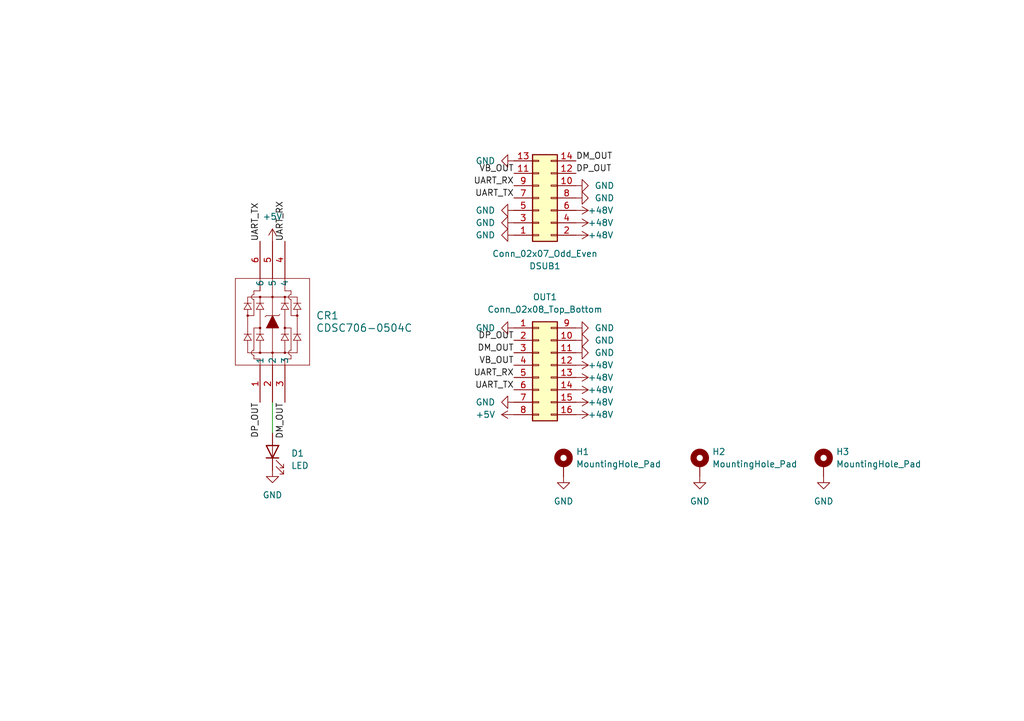
<source format=kicad_sch>
(kicad_sch (version 20230121) (generator eeschema)
  (paper "A5")
  (title_block (title "Rail PCB") (rev "Mk1.2"))
  (lib_symbols
    (symbol "CDSC706:CDSC706-0504C" (pin_names (offset 0.254))
      (property "Reference" "CR" (at 16.51 10.16 0))
      (property "Value" "CDSC706-0504C" (at 16.51 7.62 0))
      (symbol "CDSC706-0504C_0_1"
        (polyline (pts (xy 7.62 -10.16) (xy 25.4 -10.16)) (stroke (width 0.127)))
        (polyline (pts (xy 7.62 -5.08) (xy 8.89 -5.08)) (stroke (width 0.127)))
        (polyline (pts (xy 7.62 -2.54) (xy 25.4 -2.54)) (stroke (width 0.127)))
        (polyline (pts (xy 7.62 0) (xy 8.89 0)) (stroke (width 0.127)))
        (polyline (pts (xy 7.62 5.08) (xy 7.62 -10.16)) (stroke (width 0.127)))
        (polyline (pts (xy 8.89 -6.35) (xy 9.652 -6.35)) (stroke (width 0.127)))
        (polyline (pts (xy 8.89 -5.08) (xy 8.89 -6.35)) (stroke (width 0.127)))
        (polyline (pts (xy 8.89 0) (xy 8.89 1.27)) (stroke (width 0.127)))
        (polyline (pts (xy 8.89 1.27) (xy 9.652 1.27)) (stroke (width 0.127)))
        (polyline (pts (xy 10.16 -5.08) (xy 12.7 -5.08)) (stroke (width 0.127)))
        (polyline (pts (xy 10.16 2.54) (xy 10.16 -7.62)) (stroke (width 0.127)))
        (polyline (pts (xy 10.16 2.54) (xy 12.7 2.54)) (stroke (width 0.127)))
        (polyline (pts (xy 10.668 -6.35) (xy 15.24 -6.35)) (stroke (width 0.127)))
        (polyline (pts (xy 10.668 1.27) (xy 15.24 1.27)) (stroke (width 0.127)))
        (polyline (pts (xy 12.7 -8.382) (xy 13.97 -7.62)) (stroke (width 0.127)))
        (polyline (pts (xy 12.7 -7.62) (xy 10.16 -7.62)) (stroke (width 0.127)))
        (polyline (pts (xy 12.7 -6.858) (xy 12.7 -8.382)) (stroke (width 0.127)))
        (polyline (pts (xy 12.7 -5.842) (xy 13.97 -5.08)) (stroke (width 0.127)))
        (polyline (pts (xy 12.7 -4.318) (xy 12.7 -5.842)) (stroke (width 0.127)))
        (polyline (pts (xy 12.7 -0.762) (xy 13.97 0)) (stroke (width 0.127)))
        (polyline (pts (xy 12.7 0) (xy 10.16 0)) (stroke (width 0.127)))
        (polyline (pts (xy 12.7 0.762) (xy 12.7 -0.762)) (stroke (width 0.127)))
        (polyline (pts (xy 12.7 1.778) (xy 13.97 2.54)) (stroke (width 0.127)))
        (polyline (pts (xy 12.7 3.302) (xy 12.7 1.778)) (stroke (width 0.127)))
        (polyline (pts (xy 13.97 -7.62) (xy 12.7 -6.858)) (stroke (width 0.127)))
        (polyline (pts (xy 13.97 -7.62) (xy 19.05 -7.62)) (stroke (width 0.127)))
        (polyline (pts (xy 13.97 -6.858) (xy 13.97 -8.382)) (stroke (width 0.127)))
        (polyline (pts (xy 13.97 -5.08) (xy 12.7 -4.318)) (stroke (width 0.127)))
        (polyline (pts (xy 13.97 -5.08) (xy 19.05 -5.08)) (stroke (width 0.127)))
        (polyline (pts (xy 13.97 -4.318) (xy 13.97 -5.842)) (stroke (width 0.127)))
        (polyline (pts (xy 13.97 0) (xy 12.7 0.762)) (stroke (width 0.127)))
        (polyline (pts (xy 13.97 0) (xy 19.05 0)) (stroke (width 0.127)))
        (polyline (pts (xy 13.97 0.762) (xy 13.97 -0.762)) (stroke (width 0.127)))
        (polyline (pts (xy 13.97 2.54) (xy 12.7 3.302)) (stroke (width 0.127)))
        (polyline (pts (xy 13.97 2.54) (xy 19.05 2.54)) (stroke (width 0.127)))
        (polyline (pts (xy 13.97 3.302) (xy 13.97 1.778)) (stroke (width 0.127)))
        (polyline (pts (xy 15.24 -6.35) (xy 15.24 -5.08)) (stroke (width 0.127)))
        (polyline (pts (xy 15.24 -3.81) (xy 17.78 -2.54)) (stroke (width 0.127)))
        (polyline (pts (xy 15.24 -1.27) (xy 15.24 -3.81)) (stroke (width 0.127)))
        (polyline (pts (xy 15.24 1.27) (xy 15.24 0)) (stroke (width 0.127)))
        (polyline (pts (xy 17.78 -6.35) (xy 17.78 -7.62)) (stroke (width 0.127)))
        (polyline (pts (xy 17.78 -6.35) (xy 21.082 -6.35)) (stroke (width 0.127)))
        (polyline (pts (xy 17.78 -3.81) (xy 18.034 -4.064)) (stroke (width 0.127)))
        (polyline (pts (xy 17.78 -2.54) (xy 15.24 -1.27)) (stroke (width 0.127)))
        (polyline (pts (xy 17.78 -1.27) (xy 17.526 -1.016)) (stroke (width 0.127)))
        (polyline (pts (xy 17.78 -1.27) (xy 17.78 -3.81)) (stroke (width 0.127)))
        (polyline (pts (xy 17.78 1.27) (xy 17.78 2.54)) (stroke (width 0.127)))
        (polyline (pts (xy 19.05 -8.382) (xy 19.05 -6.858)) (stroke (width 0.127)))
        (polyline (pts (xy 19.05 -6.858) (xy 20.32 -7.62)) (stroke (width 0.127)))
        (polyline (pts (xy 19.05 -5.842) (xy 19.05 -4.318)) (stroke (width 0.127)))
        (polyline (pts (xy 19.05 -4.318) (xy 20.32 -5.08)) (stroke (width 0.127)))
        (polyline (pts (xy 19.05 -0.762) (xy 19.05 0.762)) (stroke (width 0.127)))
        (polyline (pts (xy 19.05 0.762) (xy 20.32 0)) (stroke (width 0.127)))
        (polyline (pts (xy 19.05 1.778) (xy 19.05 3.302)) (stroke (width 0.127)))
        (polyline (pts (xy 19.05 3.302) (xy 20.32 2.54)) (stroke (width 0.127)))
        (polyline (pts (xy 20.32 -8.382) (xy 20.32 -6.858)) (stroke (width 0.127)))
        (polyline (pts (xy 20.32 -7.62) (xy 19.05 -8.382)) (stroke (width 0.127)))
        (polyline (pts (xy 20.32 -5.842) (xy 20.32 -4.318)) (stroke (width 0.127)))
        (polyline (pts (xy 20.32 -5.08) (xy 19.05 -5.842)) (stroke (width 0.127)))
        (polyline (pts (xy 20.32 -5.08) (xy 21.59 -5.08)) (stroke (width 0.127)))
        (polyline (pts (xy 20.32 -0.762) (xy 20.32 0.762)) (stroke (width 0.127)))
        (polyline (pts (xy 20.32 0) (xy 19.05 -0.762)) (stroke (width 0.127)))
        (polyline (pts (xy 20.32 0) (xy 21.59 0)) (stroke (width 0.127)))
        (polyline (pts (xy 20.32 1.778) (xy 20.32 3.302)) (stroke (width 0.127)))
        (polyline (pts (xy 20.32 2.54) (xy 19.05 1.778)) (stroke (width 0.127)))
        (polyline (pts (xy 20.32 2.54) (xy 21.59 2.54)) (stroke (width 0.127)))
        (polyline (pts (xy 21.082 1.27) (xy 17.78 1.27)) (stroke (width 0.127)))
        (polyline (pts (xy 21.59 -7.62) (xy 20.32 -7.62)) (stroke (width 0.127)))
        (polyline (pts (xy 21.59 2.54) (xy 21.59 -7.62)) (stroke (width 0.127)))
        (polyline (pts (xy 22.098 1.27) (xy 22.86 1.27)) (stroke (width 0.127)))
        (polyline (pts (xy 22.86 -6.35) (xy 22.098 -6.35)) (stroke (width 0.127)))
        (polyline (pts (xy 22.86 -5.08) (xy 22.86 -6.35)) (stroke (width 0.127)))
        (polyline (pts (xy 22.86 -5.08) (xy 25.4 -5.08)) (stroke (width 0.127)))
        (polyline (pts (xy 22.86 0) (xy 22.86 1.27)) (stroke (width 0.127)))
        (polyline (pts (xy 22.86 0) (xy 25.4 0)) (stroke (width 0.127)))
        (polyline (pts (xy 24.13 0) (xy 22.86 0)) (stroke (width 0.127)))
        (polyline (pts (xy 25.4 -10.16) (xy 25.4 5.08)) (stroke (width 0.127)))
        (polyline (pts (xy 25.4 5.08) (xy 7.62 5.08)) (stroke (width 0.127)))
        (polyline (pts (xy 15.24 -1.27) (xy 15.24 -3.81) (xy 17.78 -2.54)) (fill (type outline)))
        (circle (center 10.16 -5.08) (radius 0.127) (stroke (width 0.254)))
        (circle (center 10.16 -2.54) (radius 0.127) (stroke (width 0.254)))
        (circle (center 10.16 0) (radius 0.127) (stroke (width 0.254)))
        (arc (start 10.668 -6.35) (mid 10.16 -5.8442) (end 9.652 -6.35) (stroke (width 0.127)))
        (arc (start 10.668 1.27) (mid 10.16 1.7758) (end 9.652 1.27) (stroke (width 0.127)))
        (circle (center 15.24 -5.08) (radius 0.127) (stroke (width 0.254)))
        (circle (center 15.24 0) (radius 0.127) (stroke (width 0.254)))
        (circle (center 17.78 -7.62) (radius 0.127) (stroke (width 0.254)))
        (circle (center 17.78 2.54) (radius 0.127) (stroke (width 0.254)))
        (circle (center 21.59 -5.08) (radius 0.127) (stroke (width 0.254)))
        (circle (center 21.59 -2.54) (radius 0.127) (stroke (width 0.254)))
        (circle (center 21.59 0) (radius 0.127) (stroke (width 0.254)))
        (arc (start 22.098 -6.35) (mid 21.59 -5.8442) (end 21.082 -6.35) (stroke (width 0.127)))
        (arc (start 22.098 1.27) (mid 21.59 1.7758) (end 21.082 1.27) (stroke (width 0.127)))
        (pin bidirectional line (at 0 0 0) (length 7.62) (name "1") (number "1"))
        (pin power_out line (at 0 -2.54 0) (length 7.62) (name "2") (number "2"))
        (pin bidirectional line (at 0 -5.08 0) (length 7.62) (name "3") (number "3"))
        (pin bidirectional line (at 33.02 -5.08 180) (length 7.62) (name "4") (number "4"))
        (pin power_in line (at 33.02 -2.54 180) (length 7.62) (name "5") (number "5"))
        (pin bidirectional line (at 33.02 0 180) (length 7.62) (name "6") (number "6"))
      )
    )
    (symbol "Connector_Generic:Conn_02x07_Odd_Even" (pin_names (offset 1.016) hide)
      (property "Reference" "J" (at 1.27 10.16 0))
      (property "Value" "Conn_02x07_Odd_Even" (at 1.27 -10.16 0))
      (symbol "Conn_02x07_Odd_Even_1_1"
        (rectangle (start -1.27 -7.493) (end 0 -7.747) (stroke (width 0.1524)))
        (rectangle (start -1.27 -4.953) (end 0 -5.207) (stroke (width 0.1524)))
        (rectangle (start -1.27 -2.413) (end 0 -2.667) (stroke (width 0.1524)))
        (rectangle (start -1.27 0.127) (end 0 -0.127) (stroke (width 0.1524)))
        (rectangle (start -1.27 2.667) (end 0 2.413) (stroke (width 0.1524)))
        (rectangle (start -1.27 5.207) (end 0 4.953) (stroke (width 0.1524)))
        (rectangle (start -1.27 7.747) (end 0 7.493) (stroke (width 0.1524)))
        (rectangle (start -1.27 8.89) (end 3.81 -8.89) (stroke (width 0.254)) (fill (type background)))
        (rectangle (start 3.81 -7.493) (end 2.54 -7.747) (stroke (width 0.1524)))
        (rectangle (start 3.81 -4.953) (end 2.54 -5.207) (stroke (width 0.1524)))
        (rectangle (start 3.81 -2.413) (end 2.54 -2.667) (stroke (width 0.1524)))
        (rectangle (start 3.81 0.127) (end 2.54 -0.127) (stroke (width 0.1524)))
        (rectangle (start 3.81 2.667) (end 2.54 2.413) (stroke (width 0.1524)))
        (rectangle (start 3.81 5.207) (end 2.54 4.953) (stroke (width 0.1524)))
        (rectangle (start 3.81 7.747) (end 2.54 7.493) (stroke (width 0.1524)))
        (pin passive line (at -5.08 7.62 0) (length 3.81) (name "Pin_1") (number "1"))
        (pin passive line (at 7.62 -2.54 180) (length 3.81) (name "Pin_10") (number "10"))
        (pin passive line (at -5.08 -5.08 0) (length 3.81) (name "Pin_11") (number "11"))
        (pin passive line (at 7.62 -5.08 180) (length 3.81) (name "Pin_12") (number "12"))
        (pin passive line (at -5.08 -7.62 0) (length 3.81) (name "Pin_13") (number "13"))
        (pin passive line (at 7.62 -7.62 180) (length 3.81) (name "Pin_14") (number "14"))
        (pin passive line (at 7.62 7.62 180) (length 3.81) (name "Pin_2") (number "2"))
        (pin passive line (at -5.08 5.08 0) (length 3.81) (name "Pin_3") (number "3"))
        (pin passive line (at 7.62 5.08 180) (length 3.81) (name "Pin_4") (number "4"))
        (pin passive line (at -5.08 2.54 0) (length 3.81) (name "Pin_5") (number "5"))
        (pin passive line (at 7.62 2.54 180) (length 3.81) (name "Pin_6") (number "6"))
        (pin passive line (at -5.08 0 0) (length 3.81) (name "Pin_7") (number "7"))
        (pin passive line (at 7.62 0 180) (length 3.81) (name "Pin_8") (number "8"))
        (pin passive line (at -5.08 -2.54 0) (length 3.81) (name "Pin_9") (number "9"))
      )
    )
    (symbol "Connector_Generic:Conn_02x08_Top_Bottom" (pin_names (offset 1.016) hide)
      (property "Reference" "J" (at 1.27 10.16 0))
      (property "Value" "Conn_02x08_Top_Bottom" (at 1.27 -12.7 0))
      (symbol "Conn_02x08_Top_Bottom_1_1"
        (rectangle (start -1.27 -10.033) (end 0 -10.287) (stroke (width 0.1524)))
        (rectangle (start -1.27 -7.493) (end 0 -7.747) (stroke (width 0.1524)))
        (rectangle (start -1.27 -4.953) (end 0 -5.207) (stroke (width 0.1524)))
        (rectangle (start -1.27 -2.413) (end 0 -2.667) (stroke (width 0.1524)))
        (rectangle (start -1.27 0.127) (end 0 -0.127) (stroke (width 0.1524)))
        (rectangle (start -1.27 2.667) (end 0 2.413) (stroke (width 0.1524)))
        (rectangle (start -1.27 5.207) (end 0 4.953) (stroke (width 0.1524)))
        (rectangle (start -1.27 7.747) (end 0 7.493) (stroke (width 0.1524)))
        (rectangle (start -1.27 8.89) (end 3.81 -11.43) (stroke (width 0.254)) (fill (type background)))
        (rectangle (start 3.81 -10.033) (end 2.54 -10.287) (stroke (width 0.1524)))
        (rectangle (start 3.81 -7.493) (end 2.54 -7.747) (stroke (width 0.1524)))
        (rectangle (start 3.81 -4.953) (end 2.54 -5.207) (stroke (width 0.1524)))
        (rectangle (start 3.81 -2.413) (end 2.54 -2.667) (stroke (width 0.1524)))
        (rectangle (start 3.81 0.127) (end 2.54 -0.127) (stroke (width 0.1524)))
        (rectangle (start 3.81 2.667) (end 2.54 2.413) (stroke (width 0.1524)))
        (rectangle (start 3.81 5.207) (end 2.54 4.953) (stroke (width 0.1524)))
        (rectangle (start 3.81 7.747) (end 2.54 7.493) (stroke (width 0.1524)))
        (pin passive line (at -5.08 7.62 0) (length 3.81) (name "Pin_1") (number "1"))
        (pin passive line (at 7.62 5.08 180) (length 3.81) (name "Pin_10") (number "10"))
        (pin passive line (at 7.62 2.54 180) (length 3.81) (name "Pin_11") (number "11"))
        (pin passive line (at 7.62 0 180) (length 3.81) (name "Pin_12") (number "12"))
        (pin passive line (at 7.62 -2.54 180) (length 3.81) (name "Pin_13") (number "13"))
        (pin passive line (at 7.62 -5.08 180) (length 3.81) (name "Pin_14") (number "14"))
        (pin passive line (at 7.62 -7.62 180) (length 3.81) (name "Pin_15") (number "15"))
        (pin passive line (at 7.62 -10.16 180) (length 3.81) (name "Pin_16") (number "16"))
        (pin passive line (at -5.08 5.08 0) (length 3.81) (name "Pin_2") (number "2"))
        (pin passive line (at -5.08 2.54 0) (length 3.81) (name "Pin_3") (number "3"))
        (pin passive line (at -5.08 0 0) (length 3.81) (name "Pin_4") (number "4"))
        (pin passive line (at -5.08 -2.54 0) (length 3.81) (name "Pin_5") (number "5"))
        (pin passive line (at -5.08 -5.08 0) (length 3.81) (name "Pin_6") (number "6"))
        (pin passive line (at -5.08 -7.62 0) (length 3.81) (name "Pin_7") (number "7"))
        (pin passive line (at -5.08 -10.16 0) (length 3.81) (name "Pin_8") (number "8"))
        (pin passive line (at 7.62 7.62 180) (length 3.81) (name "Pin_9") (number "9"))
      )
    )
    (symbol "Device:LED" (pin_numbers hide) (pin_names (offset 1.016) hide)
      (property "Reference" "D" (at 0 2.54 0))
      (property "Value" "LED" (at 0 -2.54 0))
      (symbol "LED_0_1"
        (polyline (pts (xy -1.27 -1.27) (xy -1.27 1.27)) (stroke (width 0.254)))
        (polyline (pts (xy -1.27 0) (xy 1.27 0)))
        (polyline (pts (xy 1.27 -1.27) (xy 1.27 1.27) (xy -1.27 0) (xy 1.27 -1.27)) (stroke (width 0.254)))
        (polyline (pts (xy -3.048 -0.762) (xy -4.572 -2.286) (xy -3.81 -2.286) (xy -4.572 -2.286) (xy -4.572 -1.524)))
        (polyline (pts (xy -1.778 -0.762) (xy -3.302 -2.286) (xy -2.54 -2.286) (xy -3.302 -2.286) (xy -3.302 -1.524)))
      )
      (symbol "LED_1_1"
        (pin passive line (at -3.81 0 0) (length 2.54) (name "K") (number "1"))
        (pin passive line (at 3.81 0 180) (length 2.54) (name "A") (number "2"))
      )
    )
    (symbol "Mechanical:MountingHole_Pad" (pin_numbers hide) (pin_names (offset 1.016) hide)
      (property "Reference" "H" (at 0 6.35 0))
      (property "Value" "MountingHole_Pad" (at 0 4.445 0))
      (symbol "MountingHole_Pad_0_1"
        (circle (center 0 1.27) (radius 1.27) (stroke (width 1.27)))
      )
      (symbol "MountingHole_Pad_1_1"
        (pin input line (at 0 -2.54 90) (length 2.54) (name "1") (number "1"))
      )
    )
    (symbol "power:+48V" (power) (pin_names (offset 0))
      (property "Value" "+48V" (at 0 3.556 0))
      (symbol "+48V_0_1"
        (polyline (pts (xy -0.762 1.27) (xy 0 2.54)))
        (polyline (pts (xy 0 0) (xy 0 2.54)))
        (polyline (pts (xy 0 2.54) (xy 0.762 1.27)))
      )
      (symbol "+48V_1_1"
        (pin power_in line (at 0 0 90) (length 0) hide (name "+48V") (number "1"))
      )
    )
    (symbol "power:+5V" (power) (pin_names (offset 0))
      (property "Value" "+5V" (at 0 3.556 0))
      (symbol "+5V_0_1"
        (polyline (pts (xy -0.762 1.27) (xy 0 2.54)))
        (polyline (pts (xy 0 0) (xy 0 2.54)))
        (polyline (pts (xy 0 2.54) (xy 0.762 1.27)))
      )
      (symbol "+5V_1_1"
        (pin power_in line (at 0 0 90) (length 0) hide (name "+5V") (number "1"))
      )
    )
    (symbol "power:GND" (power) (pin_names (offset 0))
      (property "Value" "GND" (at 0 -3.81 0))
      (symbol "GND_0_1"
        (polyline (pts (xy 0 0) (xy 0 -1.27) (xy 1.27 -1.27) (xy 0 -2.54) (xy -1.27 -1.27) (xy 0 -1.27)))
      )
      (symbol "GND_1_1"
        (pin power_in line (at 0 0 270) (length 0) hide (name "GND") (number "1"))
      )
    )
  )
  (wire (pts (xy 55.88 82.55) (xy 55.88 88.9)))
  (label "UART_RX" (at 105.41 38.1 180))
  (label "UART_TX" (at 105.41 80.01 180))
  (label "DP_OUT" (at 53.34 82.55 270))
  (label "UART_TX" (at 105.41 40.64 180))
  (label "UART_RX" (at 105.41 77.47 180))
  (label "VB_OUT" (at 105.41 74.93 180))
  (label "UART_TX" (at 53.34 49.53 90))
  (label "DM_OUT" (at 105.41 72.39 180))
  (label "DP_OUT" (at 105.41 69.85 180))
  (label "VB_OUT" (at 105.41 35.56 180))
  (label "DM_OUT" (at 118.11 33.02 0))
  (label "DP_OUT" (at 118.11 35.56 0))
  (label "UART_RX" (at 58.42 49.53 90))
  (label "DM_OUT" (at 58.42 82.55 270))
  (symbol (lib_id "Mechanical:MountingHole_Pad") (at 168.91 95.25 0) (unit 1)
    (property "Reference" "H3" (at 171.45 92.71 0) (effects (justify left)))
    (property "Value" "MountingHole_Pad" (at 171.45 95.25 0) (effects (justify left)))
    (property "Footprint" "MountingHole:MountingHole_3.2mm_M3_DIN965_Pad_TopBottom" (effects hide))
  )
  (symbol (lib_id "Connector_Generic:Conn_02x07_Odd_Even") (at 110.49 40.64 0) (mirror x) (unit 1)
    (property "Reference" "DSUB1" (at 111.76 54.61 0))
    (property "Value" "Conn_02x07_Odd_Even" (at 111.76 52.07 0))
    (property "Footprint" "Connector_PinHeader_2.54mm:PinHeader_2x07_P2.54mm_Vertical" (effects hide))
  )
  (symbol (lib_id "power:GND") (at 118.11 38.1 90) (mirror x) (unit 1)
    (property "Reference" "#PWR021" (effects hide))
    (property "Value" "GND" (at 121.92 38.1 90) (effects (justify right)))
  )
  (symbol (lib_id "Connector_Generic:Conn_02x08_Top_Bottom") (at 110.49 74.93 0) (unit 1)
    (property "Reference" "OUT1" (at 111.76 60.96 0))
    (property "Value" "Conn_02x08_Top_Bottom" (at 111.76 63.5 0))
    (property "Footprint" "2-1761603-6:2-1761603-6_TYC" (effects hide))
  )
  (symbol (lib_id "power:GND") (at 105.41 48.26 270) (unit 1)
    (property "Reference" "#PWR020" (effects hide))
    (property "Value" "GND" (at 101.6 48.26 90) (effects (justify right)))
  )
  (symbol (lib_id "power:GND") (at 105.41 82.55 270) (unit 1)
    (property "Reference" "#PWR02" (effects hide))
    (property "Value" "GND" (at 101.6 82.55 90) (effects (justify right)))
  )
  (symbol (lib_id "power:GND") (at 105.41 43.18 270) (unit 1)
    (property "Reference" "#PWR018" (effects hide))
    (property "Value" "GND" (at 101.6 43.18 90) (effects (justify right)))
  )
  (symbol (lib_id "Device:LED") (at 55.88 92.71 90) (unit 1)
    (property "Reference" "D1" (at 59.69 93.0275 90) (effects (justify right)))
    (property "Value" "LED" (at 59.69 95.5675 90) (effects (justify right)))
    (property "Footprint" "LED_SMD:LED_0603_1608Metric" (effects hide))
  )
  (symbol (lib_id "power:GND") (at 118.11 40.64 90) (mirror x) (unit 1)
    (property "Reference" "#PWR022" (effects hide))
    (property "Value" "GND" (at 121.92 40.64 90) (effects (justify right)))
  )
  (symbol (lib_id "power:GND") (at 105.41 67.31 270) (unit 1)
    (property "Reference" "#PWR01" (effects hide))
    (property "Value" "GND" (at 101.6 67.31 90) (effects (justify right)))
  )
  (symbol (lib_id "power:+5V") (at 55.88 49.53 0) (unit 1)
    (property "Reference" "#PWR017" (effects hide))
    (property "Value" "+5V" (at 55.88 44.45 0))
  )
  (symbol (lib_id "power:+48V") (at 118.11 77.47 270) (mirror x) (unit 1)
    (property "Reference" "#PWR08" (effects hide))
    (property "Value" "+48V" (at 123.19 77.47 90))
  )
  (symbol (lib_id "power:GND") (at 118.11 69.85 90) (mirror x) (unit 1)
    (property "Reference" "#PWR05" (effects hide))
    (property "Value" "GND" (at 121.92 69.85 90) (effects (justify right)))
  )
  (symbol (lib_id "CDSC706:CDSC706-0504C") (at 53.34 82.55 90) (unit 1)
    (property "Reference" "CR1" (at 64.77 64.77 90) (effects (font (size 1.524 1.524)) (justify right)))
    (property "Value" "CDSC706-0504C" (at 64.77 67.31 90) (effects (font (size 1.524 1.524)) (justify right)))
    (property "Footprint" "CDSC706-0504C_BRN" (effects hide))
    (property "Datasheet" "CDSC706-0504C" (effects hide))
  )
  (symbol (lib_id "power:+48V") (at 118.11 85.09 270) (mirror x) (unit 1)
    (property "Reference" "#PWR011" (effects hide))
    (property "Value" "+48V" (at 123.19 85.09 90))
  )
  (symbol (lib_id "power:GND") (at 118.11 67.31 90) (mirror x) (unit 1)
    (property "Reference" "#PWR04" (effects hide))
    (property "Value" "GND" (at 121.92 67.31 90) (effects (justify right)))
  )
  (symbol (lib_id "power:GND") (at 118.11 72.39 90) (mirror x) (unit 1)
    (property "Reference" "#PWR06" (effects hide))
    (property "Value" "GND" (at 121.92 72.39 90) (effects (justify right)))
  )
  (symbol (lib_id "power:GND") (at 115.57 97.79 0) (unit 1)
    (property "Reference" "#PWR012" (effects hide))
    (property "Value" "GND" (at 115.57 102.87 0))
  )
  (symbol (lib_id "power:GND") (at 55.88 96.52 0) (unit 1)
    (property "Reference" "#PWR015" (effects hide))
    (property "Value" "GND" (at 55.88 101.6 0))
  )
  (symbol (lib_id "power:+48V") (at 118.11 48.26 270) (mirror x) (unit 1)
    (property "Reference" "#PWR025" (effects hide))
    (property "Value" "+48V" (at 123.19 48.26 90))
  )
  (symbol (lib_id "power:+48V") (at 118.11 80.01 270) (mirror x) (unit 1)
    (property "Reference" "#PWR09" (effects hide))
    (property "Value" "+48V" (at 123.19 80.01 90))
  )
  (symbol (lib_id "power:GND") (at 168.91 97.79 0) (unit 1)
    (property "Reference" "#PWR014" (effects hide))
    (property "Value" "GND" (at 168.91 102.87 0))
  )
  (symbol (lib_id "power:+5V") (at 105.41 85.09 90) (unit 1)
    (property "Reference" "#PWR03" (effects hide))
    (property "Value" "+5V" (at 101.6 85.09 90) (effects (justify left)))
  )
  (symbol (lib_id "power:GND") (at 105.41 45.72 270) (unit 1)
    (property "Reference" "#PWR019" (effects hide))
    (property "Value" "GND" (at 101.6 45.72 90) (effects (justify right)))
  )
  (symbol (lib_id "power:+48V") (at 118.11 43.18 270) (mirror x) (unit 1)
    (property "Reference" "#PWR023" (effects hide))
    (property "Value" "+48V" (at 123.19 43.18 90))
  )
  (symbol (lib_id "power:GND") (at 105.41 33.02 270) (unit 1)
    (property "Reference" "#PWR016" (effects hide))
    (property "Value" "GND" (at 101.6 33.02 90) (effects (justify right)))
  )
  (symbol (lib_id "power:GND") (at 143.51 97.79 0) (unit 1)
    (property "Reference" "#PWR013" (effects hide))
    (property "Value" "GND" (at 143.51 102.87 0))
  )
  (symbol (lib_id "Mechanical:MountingHole_Pad") (at 115.57 95.25 0) (unit 1)
    (property "Reference" "H1" (at 118.11 92.71 0) (effects (justify left)))
    (property "Value" "MountingHole_Pad" (at 118.11 95.25 0) (effects (justify left)))
    (property "Footprint" "MountingHole:MountingHole_3.2mm_M3_DIN965_Pad_TopBottom" (effects hide))
  )
  (symbol (lib_id "power:+48V") (at 118.11 45.72 270) (mirror x) (unit 1)
    (property "Reference" "#PWR024" (effects hide))
    (property "Value" "+48V" (at 123.19 45.72 90))
  )
  (symbol (lib_id "power:+48V") (at 118.11 74.93 270) (mirror x) (unit 1)
    (property "Reference" "#PWR07" (effects hide))
    (property "Value" "+48V" (at 123.19 74.93 90))
  )
  (symbol (lib_id "Mechanical:MountingHole_Pad") (at 143.51 95.25 0) (unit 1)
    (property "Reference" "H2" (at 146.05 92.71 0) (effects (justify left)))
    (property "Value" "MountingHole_Pad" (at 146.05 95.25 0) (effects (justify left)))
    (property "Footprint" "MountingHole:MountingHole_3.2mm_M3_DIN965_Pad_TopBottom" (effects hide))
  )
  (symbol (lib_id "power:+48V") (at 118.11 82.55 270) (mirror x) (unit 1)
    (property "Reference" "#PWR010" (effects hide))
    (property "Value" "+48V" (at 123.19 82.55 90))
  )
)
</source>
